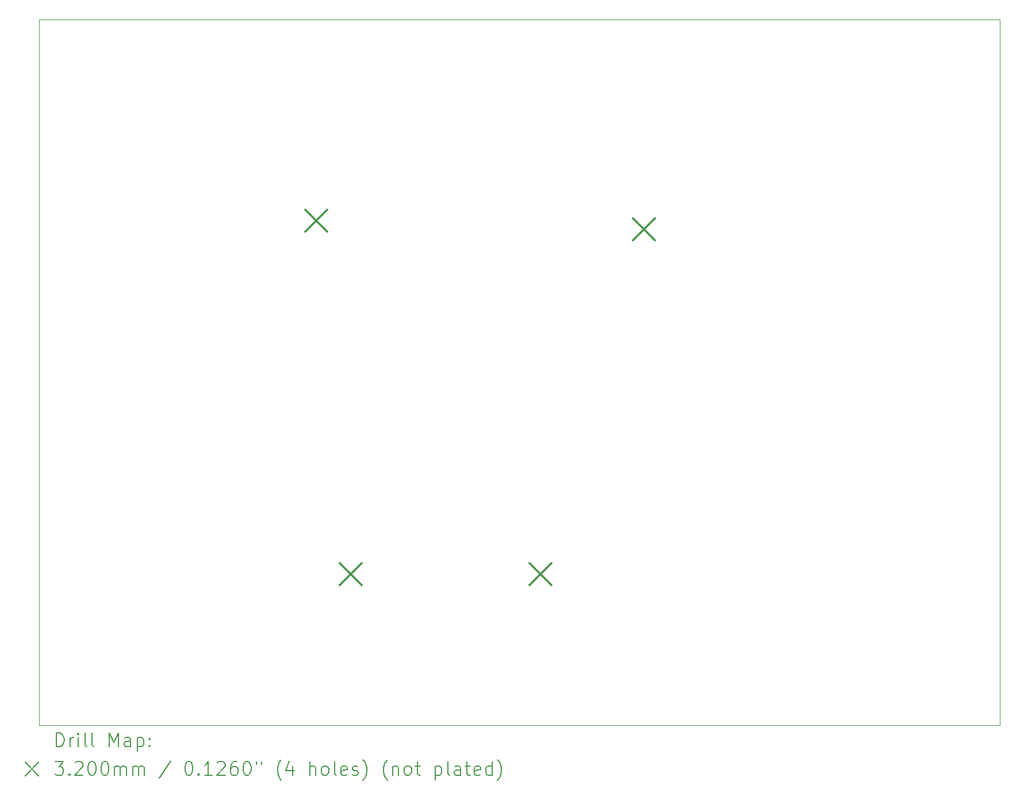
<source format=gbr>
%TF.GenerationSoftware,KiCad,Pcbnew,8.0.0*%
%TF.CreationDate,2024-03-04T10:49:54+07:00*%
%TF.ProjectId,capstone,63617073-746f-46e6-952e-6b696361645f,rev?*%
%TF.SameCoordinates,Original*%
%TF.FileFunction,Drillmap*%
%TF.FilePolarity,Positive*%
%FSLAX45Y45*%
G04 Gerber Fmt 4.5, Leading zero omitted, Abs format (unit mm)*
G04 Created by KiCad (PCBNEW 8.0.0) date 2024-03-04 10:49:54*
%MOMM*%
%LPD*%
G01*
G04 APERTURE LIST*
%ADD10C,0.050000*%
%ADD11C,0.200000*%
%ADD12C,0.320000*%
G04 APERTURE END LIST*
D10*
X9250000Y-3900000D02*
X23400000Y-3900000D01*
X23400000Y-14300000D01*
X9250000Y-14300000D01*
X9250000Y-3900000D01*
D11*
D12*
X13177000Y-6708988D02*
X13497000Y-7028988D01*
X13497000Y-6708988D02*
X13177000Y-7028988D01*
X13685000Y-11915988D02*
X14005000Y-12235988D01*
X14005000Y-11915988D02*
X13685000Y-12235988D01*
X16479000Y-11915988D02*
X16799000Y-12235988D01*
X16799000Y-11915988D02*
X16479000Y-12235988D01*
X18003000Y-6835988D02*
X18323000Y-7155988D01*
X18323000Y-6835988D02*
X18003000Y-7155988D01*
D11*
X9508277Y-14613984D02*
X9508277Y-14413984D01*
X9508277Y-14413984D02*
X9555896Y-14413984D01*
X9555896Y-14413984D02*
X9584467Y-14423508D01*
X9584467Y-14423508D02*
X9603515Y-14442555D01*
X9603515Y-14442555D02*
X9613039Y-14461603D01*
X9613039Y-14461603D02*
X9622563Y-14499698D01*
X9622563Y-14499698D02*
X9622563Y-14528269D01*
X9622563Y-14528269D02*
X9613039Y-14566365D01*
X9613039Y-14566365D02*
X9603515Y-14585412D01*
X9603515Y-14585412D02*
X9584467Y-14604460D01*
X9584467Y-14604460D02*
X9555896Y-14613984D01*
X9555896Y-14613984D02*
X9508277Y-14613984D01*
X9708277Y-14613984D02*
X9708277Y-14480650D01*
X9708277Y-14518746D02*
X9717801Y-14499698D01*
X9717801Y-14499698D02*
X9727324Y-14490174D01*
X9727324Y-14490174D02*
X9746372Y-14480650D01*
X9746372Y-14480650D02*
X9765420Y-14480650D01*
X9832086Y-14613984D02*
X9832086Y-14480650D01*
X9832086Y-14413984D02*
X9822563Y-14423508D01*
X9822563Y-14423508D02*
X9832086Y-14433031D01*
X9832086Y-14433031D02*
X9841610Y-14423508D01*
X9841610Y-14423508D02*
X9832086Y-14413984D01*
X9832086Y-14413984D02*
X9832086Y-14433031D01*
X9955896Y-14613984D02*
X9936848Y-14604460D01*
X9936848Y-14604460D02*
X9927324Y-14585412D01*
X9927324Y-14585412D02*
X9927324Y-14413984D01*
X10060658Y-14613984D02*
X10041610Y-14604460D01*
X10041610Y-14604460D02*
X10032086Y-14585412D01*
X10032086Y-14585412D02*
X10032086Y-14413984D01*
X10289229Y-14613984D02*
X10289229Y-14413984D01*
X10289229Y-14413984D02*
X10355896Y-14556841D01*
X10355896Y-14556841D02*
X10422563Y-14413984D01*
X10422563Y-14413984D02*
X10422563Y-14613984D01*
X10603515Y-14613984D02*
X10603515Y-14509222D01*
X10603515Y-14509222D02*
X10593991Y-14490174D01*
X10593991Y-14490174D02*
X10574944Y-14480650D01*
X10574944Y-14480650D02*
X10536848Y-14480650D01*
X10536848Y-14480650D02*
X10517801Y-14490174D01*
X10603515Y-14604460D02*
X10584467Y-14613984D01*
X10584467Y-14613984D02*
X10536848Y-14613984D01*
X10536848Y-14613984D02*
X10517801Y-14604460D01*
X10517801Y-14604460D02*
X10508277Y-14585412D01*
X10508277Y-14585412D02*
X10508277Y-14566365D01*
X10508277Y-14566365D02*
X10517801Y-14547317D01*
X10517801Y-14547317D02*
X10536848Y-14537793D01*
X10536848Y-14537793D02*
X10584467Y-14537793D01*
X10584467Y-14537793D02*
X10603515Y-14528269D01*
X10698753Y-14480650D02*
X10698753Y-14680650D01*
X10698753Y-14490174D02*
X10717801Y-14480650D01*
X10717801Y-14480650D02*
X10755896Y-14480650D01*
X10755896Y-14480650D02*
X10774944Y-14490174D01*
X10774944Y-14490174D02*
X10784467Y-14499698D01*
X10784467Y-14499698D02*
X10793991Y-14518746D01*
X10793991Y-14518746D02*
X10793991Y-14575888D01*
X10793991Y-14575888D02*
X10784467Y-14594936D01*
X10784467Y-14594936D02*
X10774944Y-14604460D01*
X10774944Y-14604460D02*
X10755896Y-14613984D01*
X10755896Y-14613984D02*
X10717801Y-14613984D01*
X10717801Y-14613984D02*
X10698753Y-14604460D01*
X10879705Y-14594936D02*
X10889229Y-14604460D01*
X10889229Y-14604460D02*
X10879705Y-14613984D01*
X10879705Y-14613984D02*
X10870182Y-14604460D01*
X10870182Y-14604460D02*
X10879705Y-14594936D01*
X10879705Y-14594936D02*
X10879705Y-14613984D01*
X10879705Y-14490174D02*
X10889229Y-14499698D01*
X10889229Y-14499698D02*
X10879705Y-14509222D01*
X10879705Y-14509222D02*
X10870182Y-14499698D01*
X10870182Y-14499698D02*
X10879705Y-14490174D01*
X10879705Y-14490174D02*
X10879705Y-14509222D01*
X9047500Y-14842500D02*
X9247500Y-15042500D01*
X9247500Y-14842500D02*
X9047500Y-15042500D01*
X9489229Y-14833984D02*
X9613039Y-14833984D01*
X9613039Y-14833984D02*
X9546372Y-14910174D01*
X9546372Y-14910174D02*
X9574944Y-14910174D01*
X9574944Y-14910174D02*
X9593991Y-14919698D01*
X9593991Y-14919698D02*
X9603515Y-14929222D01*
X9603515Y-14929222D02*
X9613039Y-14948269D01*
X9613039Y-14948269D02*
X9613039Y-14995888D01*
X9613039Y-14995888D02*
X9603515Y-15014936D01*
X9603515Y-15014936D02*
X9593991Y-15024460D01*
X9593991Y-15024460D02*
X9574944Y-15033984D01*
X9574944Y-15033984D02*
X9517801Y-15033984D01*
X9517801Y-15033984D02*
X9498753Y-15024460D01*
X9498753Y-15024460D02*
X9489229Y-15014936D01*
X9698753Y-15014936D02*
X9708277Y-15024460D01*
X9708277Y-15024460D02*
X9698753Y-15033984D01*
X9698753Y-15033984D02*
X9689229Y-15024460D01*
X9689229Y-15024460D02*
X9698753Y-15014936D01*
X9698753Y-15014936D02*
X9698753Y-15033984D01*
X9784467Y-14853031D02*
X9793991Y-14843508D01*
X9793991Y-14843508D02*
X9813039Y-14833984D01*
X9813039Y-14833984D02*
X9860658Y-14833984D01*
X9860658Y-14833984D02*
X9879705Y-14843508D01*
X9879705Y-14843508D02*
X9889229Y-14853031D01*
X9889229Y-14853031D02*
X9898753Y-14872079D01*
X9898753Y-14872079D02*
X9898753Y-14891127D01*
X9898753Y-14891127D02*
X9889229Y-14919698D01*
X9889229Y-14919698D02*
X9774944Y-15033984D01*
X9774944Y-15033984D02*
X9898753Y-15033984D01*
X10022563Y-14833984D02*
X10041610Y-14833984D01*
X10041610Y-14833984D02*
X10060658Y-14843508D01*
X10060658Y-14843508D02*
X10070182Y-14853031D01*
X10070182Y-14853031D02*
X10079705Y-14872079D01*
X10079705Y-14872079D02*
X10089229Y-14910174D01*
X10089229Y-14910174D02*
X10089229Y-14957793D01*
X10089229Y-14957793D02*
X10079705Y-14995888D01*
X10079705Y-14995888D02*
X10070182Y-15014936D01*
X10070182Y-15014936D02*
X10060658Y-15024460D01*
X10060658Y-15024460D02*
X10041610Y-15033984D01*
X10041610Y-15033984D02*
X10022563Y-15033984D01*
X10022563Y-15033984D02*
X10003515Y-15024460D01*
X10003515Y-15024460D02*
X9993991Y-15014936D01*
X9993991Y-15014936D02*
X9984467Y-14995888D01*
X9984467Y-14995888D02*
X9974944Y-14957793D01*
X9974944Y-14957793D02*
X9974944Y-14910174D01*
X9974944Y-14910174D02*
X9984467Y-14872079D01*
X9984467Y-14872079D02*
X9993991Y-14853031D01*
X9993991Y-14853031D02*
X10003515Y-14843508D01*
X10003515Y-14843508D02*
X10022563Y-14833984D01*
X10213039Y-14833984D02*
X10232086Y-14833984D01*
X10232086Y-14833984D02*
X10251134Y-14843508D01*
X10251134Y-14843508D02*
X10260658Y-14853031D01*
X10260658Y-14853031D02*
X10270182Y-14872079D01*
X10270182Y-14872079D02*
X10279705Y-14910174D01*
X10279705Y-14910174D02*
X10279705Y-14957793D01*
X10279705Y-14957793D02*
X10270182Y-14995888D01*
X10270182Y-14995888D02*
X10260658Y-15014936D01*
X10260658Y-15014936D02*
X10251134Y-15024460D01*
X10251134Y-15024460D02*
X10232086Y-15033984D01*
X10232086Y-15033984D02*
X10213039Y-15033984D01*
X10213039Y-15033984D02*
X10193991Y-15024460D01*
X10193991Y-15024460D02*
X10184467Y-15014936D01*
X10184467Y-15014936D02*
X10174944Y-14995888D01*
X10174944Y-14995888D02*
X10165420Y-14957793D01*
X10165420Y-14957793D02*
X10165420Y-14910174D01*
X10165420Y-14910174D02*
X10174944Y-14872079D01*
X10174944Y-14872079D02*
X10184467Y-14853031D01*
X10184467Y-14853031D02*
X10193991Y-14843508D01*
X10193991Y-14843508D02*
X10213039Y-14833984D01*
X10365420Y-15033984D02*
X10365420Y-14900650D01*
X10365420Y-14919698D02*
X10374944Y-14910174D01*
X10374944Y-14910174D02*
X10393991Y-14900650D01*
X10393991Y-14900650D02*
X10422563Y-14900650D01*
X10422563Y-14900650D02*
X10441610Y-14910174D01*
X10441610Y-14910174D02*
X10451134Y-14929222D01*
X10451134Y-14929222D02*
X10451134Y-15033984D01*
X10451134Y-14929222D02*
X10460658Y-14910174D01*
X10460658Y-14910174D02*
X10479705Y-14900650D01*
X10479705Y-14900650D02*
X10508277Y-14900650D01*
X10508277Y-14900650D02*
X10527325Y-14910174D01*
X10527325Y-14910174D02*
X10536848Y-14929222D01*
X10536848Y-14929222D02*
X10536848Y-15033984D01*
X10632086Y-15033984D02*
X10632086Y-14900650D01*
X10632086Y-14919698D02*
X10641610Y-14910174D01*
X10641610Y-14910174D02*
X10660658Y-14900650D01*
X10660658Y-14900650D02*
X10689229Y-14900650D01*
X10689229Y-14900650D02*
X10708277Y-14910174D01*
X10708277Y-14910174D02*
X10717801Y-14929222D01*
X10717801Y-14929222D02*
X10717801Y-15033984D01*
X10717801Y-14929222D02*
X10727325Y-14910174D01*
X10727325Y-14910174D02*
X10746372Y-14900650D01*
X10746372Y-14900650D02*
X10774944Y-14900650D01*
X10774944Y-14900650D02*
X10793991Y-14910174D01*
X10793991Y-14910174D02*
X10803515Y-14929222D01*
X10803515Y-14929222D02*
X10803515Y-15033984D01*
X11193991Y-14824460D02*
X11022563Y-15081603D01*
X11451134Y-14833984D02*
X11470182Y-14833984D01*
X11470182Y-14833984D02*
X11489229Y-14843508D01*
X11489229Y-14843508D02*
X11498753Y-14853031D01*
X11498753Y-14853031D02*
X11508277Y-14872079D01*
X11508277Y-14872079D02*
X11517801Y-14910174D01*
X11517801Y-14910174D02*
X11517801Y-14957793D01*
X11517801Y-14957793D02*
X11508277Y-14995888D01*
X11508277Y-14995888D02*
X11498753Y-15014936D01*
X11498753Y-15014936D02*
X11489229Y-15024460D01*
X11489229Y-15024460D02*
X11470182Y-15033984D01*
X11470182Y-15033984D02*
X11451134Y-15033984D01*
X11451134Y-15033984D02*
X11432086Y-15024460D01*
X11432086Y-15024460D02*
X11422563Y-15014936D01*
X11422563Y-15014936D02*
X11413039Y-14995888D01*
X11413039Y-14995888D02*
X11403515Y-14957793D01*
X11403515Y-14957793D02*
X11403515Y-14910174D01*
X11403515Y-14910174D02*
X11413039Y-14872079D01*
X11413039Y-14872079D02*
X11422563Y-14853031D01*
X11422563Y-14853031D02*
X11432086Y-14843508D01*
X11432086Y-14843508D02*
X11451134Y-14833984D01*
X11603515Y-15014936D02*
X11613039Y-15024460D01*
X11613039Y-15024460D02*
X11603515Y-15033984D01*
X11603515Y-15033984D02*
X11593991Y-15024460D01*
X11593991Y-15024460D02*
X11603515Y-15014936D01*
X11603515Y-15014936D02*
X11603515Y-15033984D01*
X11803515Y-15033984D02*
X11689229Y-15033984D01*
X11746372Y-15033984D02*
X11746372Y-14833984D01*
X11746372Y-14833984D02*
X11727325Y-14862555D01*
X11727325Y-14862555D02*
X11708277Y-14881603D01*
X11708277Y-14881603D02*
X11689229Y-14891127D01*
X11879706Y-14853031D02*
X11889229Y-14843508D01*
X11889229Y-14843508D02*
X11908277Y-14833984D01*
X11908277Y-14833984D02*
X11955896Y-14833984D01*
X11955896Y-14833984D02*
X11974944Y-14843508D01*
X11974944Y-14843508D02*
X11984467Y-14853031D01*
X11984467Y-14853031D02*
X11993991Y-14872079D01*
X11993991Y-14872079D02*
X11993991Y-14891127D01*
X11993991Y-14891127D02*
X11984467Y-14919698D01*
X11984467Y-14919698D02*
X11870182Y-15033984D01*
X11870182Y-15033984D02*
X11993991Y-15033984D01*
X12165420Y-14833984D02*
X12127325Y-14833984D01*
X12127325Y-14833984D02*
X12108277Y-14843508D01*
X12108277Y-14843508D02*
X12098753Y-14853031D01*
X12098753Y-14853031D02*
X12079706Y-14881603D01*
X12079706Y-14881603D02*
X12070182Y-14919698D01*
X12070182Y-14919698D02*
X12070182Y-14995888D01*
X12070182Y-14995888D02*
X12079706Y-15014936D01*
X12079706Y-15014936D02*
X12089229Y-15024460D01*
X12089229Y-15024460D02*
X12108277Y-15033984D01*
X12108277Y-15033984D02*
X12146372Y-15033984D01*
X12146372Y-15033984D02*
X12165420Y-15024460D01*
X12165420Y-15024460D02*
X12174944Y-15014936D01*
X12174944Y-15014936D02*
X12184467Y-14995888D01*
X12184467Y-14995888D02*
X12184467Y-14948269D01*
X12184467Y-14948269D02*
X12174944Y-14929222D01*
X12174944Y-14929222D02*
X12165420Y-14919698D01*
X12165420Y-14919698D02*
X12146372Y-14910174D01*
X12146372Y-14910174D02*
X12108277Y-14910174D01*
X12108277Y-14910174D02*
X12089229Y-14919698D01*
X12089229Y-14919698D02*
X12079706Y-14929222D01*
X12079706Y-14929222D02*
X12070182Y-14948269D01*
X12308277Y-14833984D02*
X12327325Y-14833984D01*
X12327325Y-14833984D02*
X12346372Y-14843508D01*
X12346372Y-14843508D02*
X12355896Y-14853031D01*
X12355896Y-14853031D02*
X12365420Y-14872079D01*
X12365420Y-14872079D02*
X12374944Y-14910174D01*
X12374944Y-14910174D02*
X12374944Y-14957793D01*
X12374944Y-14957793D02*
X12365420Y-14995888D01*
X12365420Y-14995888D02*
X12355896Y-15014936D01*
X12355896Y-15014936D02*
X12346372Y-15024460D01*
X12346372Y-15024460D02*
X12327325Y-15033984D01*
X12327325Y-15033984D02*
X12308277Y-15033984D01*
X12308277Y-15033984D02*
X12289229Y-15024460D01*
X12289229Y-15024460D02*
X12279706Y-15014936D01*
X12279706Y-15014936D02*
X12270182Y-14995888D01*
X12270182Y-14995888D02*
X12260658Y-14957793D01*
X12260658Y-14957793D02*
X12260658Y-14910174D01*
X12260658Y-14910174D02*
X12270182Y-14872079D01*
X12270182Y-14872079D02*
X12279706Y-14853031D01*
X12279706Y-14853031D02*
X12289229Y-14843508D01*
X12289229Y-14843508D02*
X12308277Y-14833984D01*
X12451134Y-14833984D02*
X12451134Y-14872079D01*
X12527325Y-14833984D02*
X12527325Y-14872079D01*
X12822563Y-15110174D02*
X12813039Y-15100650D01*
X12813039Y-15100650D02*
X12793991Y-15072079D01*
X12793991Y-15072079D02*
X12784468Y-15053031D01*
X12784468Y-15053031D02*
X12774944Y-15024460D01*
X12774944Y-15024460D02*
X12765420Y-14976841D01*
X12765420Y-14976841D02*
X12765420Y-14938746D01*
X12765420Y-14938746D02*
X12774944Y-14891127D01*
X12774944Y-14891127D02*
X12784468Y-14862555D01*
X12784468Y-14862555D02*
X12793991Y-14843508D01*
X12793991Y-14843508D02*
X12813039Y-14814936D01*
X12813039Y-14814936D02*
X12822563Y-14805412D01*
X12984468Y-14900650D02*
X12984468Y-15033984D01*
X12936848Y-14824460D02*
X12889229Y-14967317D01*
X12889229Y-14967317D02*
X13013039Y-14967317D01*
X13241610Y-15033984D02*
X13241610Y-14833984D01*
X13327325Y-15033984D02*
X13327325Y-14929222D01*
X13327325Y-14929222D02*
X13317801Y-14910174D01*
X13317801Y-14910174D02*
X13298753Y-14900650D01*
X13298753Y-14900650D02*
X13270182Y-14900650D01*
X13270182Y-14900650D02*
X13251134Y-14910174D01*
X13251134Y-14910174D02*
X13241610Y-14919698D01*
X13451134Y-15033984D02*
X13432087Y-15024460D01*
X13432087Y-15024460D02*
X13422563Y-15014936D01*
X13422563Y-15014936D02*
X13413039Y-14995888D01*
X13413039Y-14995888D02*
X13413039Y-14938746D01*
X13413039Y-14938746D02*
X13422563Y-14919698D01*
X13422563Y-14919698D02*
X13432087Y-14910174D01*
X13432087Y-14910174D02*
X13451134Y-14900650D01*
X13451134Y-14900650D02*
X13479706Y-14900650D01*
X13479706Y-14900650D02*
X13498753Y-14910174D01*
X13498753Y-14910174D02*
X13508277Y-14919698D01*
X13508277Y-14919698D02*
X13517801Y-14938746D01*
X13517801Y-14938746D02*
X13517801Y-14995888D01*
X13517801Y-14995888D02*
X13508277Y-15014936D01*
X13508277Y-15014936D02*
X13498753Y-15024460D01*
X13498753Y-15024460D02*
X13479706Y-15033984D01*
X13479706Y-15033984D02*
X13451134Y-15033984D01*
X13632087Y-15033984D02*
X13613039Y-15024460D01*
X13613039Y-15024460D02*
X13603515Y-15005412D01*
X13603515Y-15005412D02*
X13603515Y-14833984D01*
X13784468Y-15024460D02*
X13765420Y-15033984D01*
X13765420Y-15033984D02*
X13727325Y-15033984D01*
X13727325Y-15033984D02*
X13708277Y-15024460D01*
X13708277Y-15024460D02*
X13698753Y-15005412D01*
X13698753Y-15005412D02*
X13698753Y-14929222D01*
X13698753Y-14929222D02*
X13708277Y-14910174D01*
X13708277Y-14910174D02*
X13727325Y-14900650D01*
X13727325Y-14900650D02*
X13765420Y-14900650D01*
X13765420Y-14900650D02*
X13784468Y-14910174D01*
X13784468Y-14910174D02*
X13793991Y-14929222D01*
X13793991Y-14929222D02*
X13793991Y-14948269D01*
X13793991Y-14948269D02*
X13698753Y-14967317D01*
X13870182Y-15024460D02*
X13889230Y-15033984D01*
X13889230Y-15033984D02*
X13927325Y-15033984D01*
X13927325Y-15033984D02*
X13946372Y-15024460D01*
X13946372Y-15024460D02*
X13955896Y-15005412D01*
X13955896Y-15005412D02*
X13955896Y-14995888D01*
X13955896Y-14995888D02*
X13946372Y-14976841D01*
X13946372Y-14976841D02*
X13927325Y-14967317D01*
X13927325Y-14967317D02*
X13898753Y-14967317D01*
X13898753Y-14967317D02*
X13879706Y-14957793D01*
X13879706Y-14957793D02*
X13870182Y-14938746D01*
X13870182Y-14938746D02*
X13870182Y-14929222D01*
X13870182Y-14929222D02*
X13879706Y-14910174D01*
X13879706Y-14910174D02*
X13898753Y-14900650D01*
X13898753Y-14900650D02*
X13927325Y-14900650D01*
X13927325Y-14900650D02*
X13946372Y-14910174D01*
X14022563Y-15110174D02*
X14032087Y-15100650D01*
X14032087Y-15100650D02*
X14051134Y-15072079D01*
X14051134Y-15072079D02*
X14060658Y-15053031D01*
X14060658Y-15053031D02*
X14070182Y-15024460D01*
X14070182Y-15024460D02*
X14079706Y-14976841D01*
X14079706Y-14976841D02*
X14079706Y-14938746D01*
X14079706Y-14938746D02*
X14070182Y-14891127D01*
X14070182Y-14891127D02*
X14060658Y-14862555D01*
X14060658Y-14862555D02*
X14051134Y-14843508D01*
X14051134Y-14843508D02*
X14032087Y-14814936D01*
X14032087Y-14814936D02*
X14022563Y-14805412D01*
X14384468Y-15110174D02*
X14374944Y-15100650D01*
X14374944Y-15100650D02*
X14355896Y-15072079D01*
X14355896Y-15072079D02*
X14346372Y-15053031D01*
X14346372Y-15053031D02*
X14336849Y-15024460D01*
X14336849Y-15024460D02*
X14327325Y-14976841D01*
X14327325Y-14976841D02*
X14327325Y-14938746D01*
X14327325Y-14938746D02*
X14336849Y-14891127D01*
X14336849Y-14891127D02*
X14346372Y-14862555D01*
X14346372Y-14862555D02*
X14355896Y-14843508D01*
X14355896Y-14843508D02*
X14374944Y-14814936D01*
X14374944Y-14814936D02*
X14384468Y-14805412D01*
X14460658Y-14900650D02*
X14460658Y-15033984D01*
X14460658Y-14919698D02*
X14470182Y-14910174D01*
X14470182Y-14910174D02*
X14489230Y-14900650D01*
X14489230Y-14900650D02*
X14517801Y-14900650D01*
X14517801Y-14900650D02*
X14536849Y-14910174D01*
X14536849Y-14910174D02*
X14546372Y-14929222D01*
X14546372Y-14929222D02*
X14546372Y-15033984D01*
X14670182Y-15033984D02*
X14651134Y-15024460D01*
X14651134Y-15024460D02*
X14641611Y-15014936D01*
X14641611Y-15014936D02*
X14632087Y-14995888D01*
X14632087Y-14995888D02*
X14632087Y-14938746D01*
X14632087Y-14938746D02*
X14641611Y-14919698D01*
X14641611Y-14919698D02*
X14651134Y-14910174D01*
X14651134Y-14910174D02*
X14670182Y-14900650D01*
X14670182Y-14900650D02*
X14698753Y-14900650D01*
X14698753Y-14900650D02*
X14717801Y-14910174D01*
X14717801Y-14910174D02*
X14727325Y-14919698D01*
X14727325Y-14919698D02*
X14736849Y-14938746D01*
X14736849Y-14938746D02*
X14736849Y-14995888D01*
X14736849Y-14995888D02*
X14727325Y-15014936D01*
X14727325Y-15014936D02*
X14717801Y-15024460D01*
X14717801Y-15024460D02*
X14698753Y-15033984D01*
X14698753Y-15033984D02*
X14670182Y-15033984D01*
X14793992Y-14900650D02*
X14870182Y-14900650D01*
X14822563Y-14833984D02*
X14822563Y-15005412D01*
X14822563Y-15005412D02*
X14832087Y-15024460D01*
X14832087Y-15024460D02*
X14851134Y-15033984D01*
X14851134Y-15033984D02*
X14870182Y-15033984D01*
X15089230Y-14900650D02*
X15089230Y-15100650D01*
X15089230Y-14910174D02*
X15108277Y-14900650D01*
X15108277Y-14900650D02*
X15146373Y-14900650D01*
X15146373Y-14900650D02*
X15165420Y-14910174D01*
X15165420Y-14910174D02*
X15174944Y-14919698D01*
X15174944Y-14919698D02*
X15184468Y-14938746D01*
X15184468Y-14938746D02*
X15184468Y-14995888D01*
X15184468Y-14995888D02*
X15174944Y-15014936D01*
X15174944Y-15014936D02*
X15165420Y-15024460D01*
X15165420Y-15024460D02*
X15146373Y-15033984D01*
X15146373Y-15033984D02*
X15108277Y-15033984D01*
X15108277Y-15033984D02*
X15089230Y-15024460D01*
X15298753Y-15033984D02*
X15279706Y-15024460D01*
X15279706Y-15024460D02*
X15270182Y-15005412D01*
X15270182Y-15005412D02*
X15270182Y-14833984D01*
X15460658Y-15033984D02*
X15460658Y-14929222D01*
X15460658Y-14929222D02*
X15451134Y-14910174D01*
X15451134Y-14910174D02*
X15432087Y-14900650D01*
X15432087Y-14900650D02*
X15393992Y-14900650D01*
X15393992Y-14900650D02*
X15374944Y-14910174D01*
X15460658Y-15024460D02*
X15441611Y-15033984D01*
X15441611Y-15033984D02*
X15393992Y-15033984D01*
X15393992Y-15033984D02*
X15374944Y-15024460D01*
X15374944Y-15024460D02*
X15365420Y-15005412D01*
X15365420Y-15005412D02*
X15365420Y-14986365D01*
X15365420Y-14986365D02*
X15374944Y-14967317D01*
X15374944Y-14967317D02*
X15393992Y-14957793D01*
X15393992Y-14957793D02*
X15441611Y-14957793D01*
X15441611Y-14957793D02*
X15460658Y-14948269D01*
X15527325Y-14900650D02*
X15603515Y-14900650D01*
X15555896Y-14833984D02*
X15555896Y-15005412D01*
X15555896Y-15005412D02*
X15565420Y-15024460D01*
X15565420Y-15024460D02*
X15584468Y-15033984D01*
X15584468Y-15033984D02*
X15603515Y-15033984D01*
X15746373Y-15024460D02*
X15727325Y-15033984D01*
X15727325Y-15033984D02*
X15689230Y-15033984D01*
X15689230Y-15033984D02*
X15670182Y-15024460D01*
X15670182Y-15024460D02*
X15660658Y-15005412D01*
X15660658Y-15005412D02*
X15660658Y-14929222D01*
X15660658Y-14929222D02*
X15670182Y-14910174D01*
X15670182Y-14910174D02*
X15689230Y-14900650D01*
X15689230Y-14900650D02*
X15727325Y-14900650D01*
X15727325Y-14900650D02*
X15746373Y-14910174D01*
X15746373Y-14910174D02*
X15755896Y-14929222D01*
X15755896Y-14929222D02*
X15755896Y-14948269D01*
X15755896Y-14948269D02*
X15660658Y-14967317D01*
X15927325Y-15033984D02*
X15927325Y-14833984D01*
X15927325Y-15024460D02*
X15908277Y-15033984D01*
X15908277Y-15033984D02*
X15870182Y-15033984D01*
X15870182Y-15033984D02*
X15851134Y-15024460D01*
X15851134Y-15024460D02*
X15841611Y-15014936D01*
X15841611Y-15014936D02*
X15832087Y-14995888D01*
X15832087Y-14995888D02*
X15832087Y-14938746D01*
X15832087Y-14938746D02*
X15841611Y-14919698D01*
X15841611Y-14919698D02*
X15851134Y-14910174D01*
X15851134Y-14910174D02*
X15870182Y-14900650D01*
X15870182Y-14900650D02*
X15908277Y-14900650D01*
X15908277Y-14900650D02*
X15927325Y-14910174D01*
X16003515Y-15110174D02*
X16013039Y-15100650D01*
X16013039Y-15100650D02*
X16032087Y-15072079D01*
X16032087Y-15072079D02*
X16041611Y-15053031D01*
X16041611Y-15053031D02*
X16051134Y-15024460D01*
X16051134Y-15024460D02*
X16060658Y-14976841D01*
X16060658Y-14976841D02*
X16060658Y-14938746D01*
X16060658Y-14938746D02*
X16051134Y-14891127D01*
X16051134Y-14891127D02*
X16041611Y-14862555D01*
X16041611Y-14862555D02*
X16032087Y-14843508D01*
X16032087Y-14843508D02*
X16013039Y-14814936D01*
X16013039Y-14814936D02*
X16003515Y-14805412D01*
M02*

</source>
